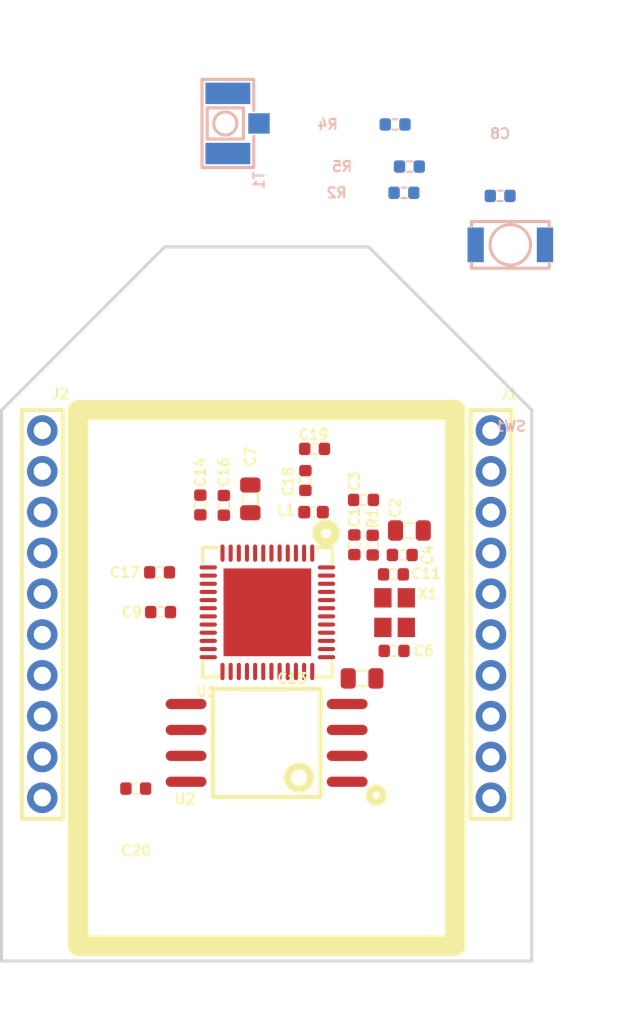
<source format=kicad_pcb>
(kicad_pcb (version 20221018) (generator pcbnew)
  (layers (0 "F.Cu" signal) (31 "B.Cu" signal) (34 "B.Paste" user) (35 "F.Paste" user) (36 "B.SilkS" user "B.Silkscreen") (37 "F.SilkS" user "F.Silkscreen") (38 "B.Mask" user) (39 "F.Mask" user) (44 "Edge.Cuts" user))
  (net 0 "")
  (net 1 "+3V3")
  (net 2 "/SD2")
  (net 3 "/CLK")
  (net 4 "/SD1")
  (net 5 "GND")
  (net 6 "/SD3")
  (net 7 "/SDO")
  (net 8 "/CS")
  (net 9 "Net-(C1-Pad1)")
  (net 10 "Net-(C1-Pad2)")
  (net 11 "/Reset_CH_PU")
  (net 12 "/ANT")
  (net 13 "/GPIO2")
  (net 14 "/GPIO0")
  (net 15 "/GPIO21")
  (net 16 "/UART_CTS_GPIO19")
  (net 17 "/GPIO15")
  (net 18 "/GPIO13")
  (net 19 "/GPIO12")
  (net 20 "/GPIO14")
  (net 21 "/Status_GPIO23")
  (net 22 "Net-(J2-Pad7)")
  (net 23 "/TX_LED_GPIO21")
  (net 24 "Net-(J1-Pad9)")
  (net 25 "/GPIO4")
  (net 26 "/GPIO5")
  (net 27 "/UART_TX")
  (net 28 "/UART_RX")
  (net 29 "Net-(C6-Pad1)")
  (net 30 "Net-(C11-Pad1)")
  (net 31 "/LNA")
  (net 32 "Net-(C14-Pad1)")
  (net 33 "Net-(C14-Pad2)")
  (net 34 "Net-(C16-Pad1)")
  (net 35 "Net-(C16-Pad2)")
  (net 36 "Net-(U1-Pad13)")
  (net 37 "Net-(U1-Pad14)")
  (net 38 "Net-(U1-Pad15)")
  (net 39 "Net-(U1-Pad16)")
  (net 40 "Net-(U1-Pad25)")
  (net 41 "Net-(U1-Pad27)")
  (net 42 "Net-(U1-Pad10)")
  (net 43 "Net-(U1-Pad11)")
  (net 44 "Net-(U1-Pad12)")
  (footprint "PCB_Footprints:W25Q64FWSSIG" (layer "F.Cu") (at 121 66.309948 180)
    (fp_text reference "U2" (at 4 -2.75 180) (layer "F.SilkS") (effects (font (size 0.5 0.5) (thickness 0.1))))
    (fp_text value "W25Q64FWSSIG")
    (fp_line (start -2.64 -2.65) (end 2.64 -2.65) (stroke (width 0.2)) (layer "F.SilkS"))
    (fp_line (start -2.64 2.65) (end -2.64 -2.65) (stroke (width 0.2)) (layer "F.SilkS"))
    (fp_line (start -2.64 2.65) (end 2.64 2.65) (stroke (width 0.2)) (layer "F.SilkS"))
    (fp_line (start 2.64 2.65) (end 2.64 -2.65) (stroke (width 0.2)) (layer "F.SilkS"))
    (fp_circle (center -5.37 -2.56) (end -5.28 -2.42) (stroke (width 0.35)) (fill none) (layer "F.SilkS"))
    (fp_circle (center -1.590802 -1.7) (end -1.300802 -1.22) (stroke (width 0.35)) (fill none) (layer "F.SilkS"))
    (pad "1" smd oval (at -3.95 -1.905 180) (size 2 0.5) (layers "F.Cu" "F.Paste" "F.Mask") (net 8 "/CS"))
    (pad "2" smd oval (at -3.95 -0.635 180) (size 2 0.5) (layers "F.Cu" "F.Paste" "F.Mask") (net 7 "/SDO"))
    (pad "3" smd oval (at -3.95 0.635 180) (size 2 0.5) (layers "F.Cu" "F.Paste" "F.Mask") (net 6 "/SD3"))
    (pad "4" smd oval (at -3.95 1.905 180) (size 2 0.5) (layers "F.Cu" "F.Paste" "F.Mask") (net 5 "GND"))
    (pad "5" smd oval (at 3.95 1.905 180) (size 2 0.5) (layers "F.Cu" "F.Paste" "F.Mask") (net 4 "/SD1"))
    (pad "6" smd oval (at 3.95 0.635 180) (size 2 0.5) (layers "F.Cu" "F.Paste" "F.Mask") (net 3 "/CLK"))
    (pad "7" smd oval (at 3.95 -0.635 180) (size 2 0.5) (layers "F.Cu" "F.Paste" "F.Mask") (net 2 "/SD2"))
    (pad "8" smd oval (at 3.95 -1.905 180) (size 2 0.5) (layers "F.Cu" "F.Paste" "F.Mask") (net 1 "+3V3"))
  )
  (footprint "PCB_Footprints:R0402" (layer "F.Cu") (at 126.2 56.617 90)
    (fp_text reference "R1" (at 1.317 0 90) (layer "F.SilkS") (effects (font (size 0.5 0.5) (thickness 0.1))))
    (fp_text value "RC1005F203CS")
    (fp_line (start -0.127 -0.254) (end 0.127 -0.254) (stroke (width 0.1)) (layer "F.SilkS"))
    (fp_line (start -0.127 0.254) (end 0.127 0.254) (stroke (width 0.1)) (layer "F.SilkS"))
    (pad "1" smd roundrect (at -0.483 0 90) (size 0.559 0.61) (layers "F.Cu" "F.Paste" "F.Mask") (net 9 "Net-(C1-Pad1)"))
    (pad "2" smd roundrect (at 0.483 0 90) (size 0.559 0.61) (layers "F.Cu" "F.Paste" "F.Mask") (net 10 "Net-(C1-Pad2)"))
  )
  (footprint "PCB_Footprints:M22-2511005" (layer "F.Cu") (at 110 60)
    (fp_text reference "J2" (at 0.889 -10.795) (layer "F.SilkS") (effects (font (size 0.5 0.5) (thickness 0.1))))
    (fp_text value "M22-2511005")
    (fp_line (start -1 -10) (end -1 10) (stroke (width 0.2)) (layer "F.SilkS"))
    (fp_line (start 0 -10) (end -1 -10) (stroke (width 0.2)) (layer "F.SilkS"))
    (fp_line (start 0 -10) (end 1 -10) (stroke (width 0.2)) (layer "F.SilkS"))
    (fp_line (start 0 10.033) (end -1 10.033) (stroke (width 0.2)) (layer "F.SilkS"))
    (fp_line (start 0 10.033) (end 1 10.033) (stroke (width 0.2)) (layer "F.SilkS"))
    (fp_line (start 1 -10) (end 1 10) (stroke (width 0.2)) (layer "F.SilkS"))
    (pad "1" thru_hole circle (at 0 -9) (size 1.5 1.5) (drill 0.85) (layers "*.Cu" "*.Mask") (net 20 "/GPIO14"))
    (pad "2" thru_hole circle (at 0 -7) (size 1.5 1.5) (drill 0.85) (layers "*.Cu" "*.Mask") (net 19 "/GPIO12"))
    (pad "3" thru_hole circle (at 0 -5) (size 1.5 1.5) (drill 0.85) (layers "*.Cu" "*.Mask") (net 18 "/GPIO13"))
    (pad "4" thru_hole circle (at 0 -3) (size 1.5 1.5) (drill 0.85) (layers "*.Cu" "*.Mask") (net 17 "/GPIO15"))
    (pad "5" thru_hole circle (at 0 -1) (size 1.5 1.5) (drill 0.85) (layers "*.Cu" "*.Mask") (net 16 "/UART_CTS_GPIO19"))
    (pad "6" thru_hole circle (at 0 1) (size 1.5 1.5) (drill 0.85) (layers "*.Cu" "*.Mask") (net 15 "/GPIO21"))
    (pad "7" thru_hole circle (at 0 3) (size 1.5 1.5) (drill 0.85) (layers "*.Cu" "*.Mask") (net 22 "Net-(J2-Pad7)"))
    (pad "8" thru_hole circle (at 0 5) (size 1.5 1.5) (drill 0.85) (layers "*.Cu" "*.Mask") (net 21 "/Status_GPIO23"))
    (pad "9" thru_hole circle (at 0 7) (size 1.5 1.5) (drill 0.85) (layers "*.Cu" "*.Mask") (net 16 "/UART_CTS_GPIO19"))
    (pad "10" thru_hole circle (at 0 9) (size 1.5 1.5) (drill 0.85) (layers "*.Cu" "*.Mask") (net 23 "/TX_LED_GPIO21"))
  )
  (footprint "PCB_Footprints:M22-2511005" (layer "F.Cu") (at 132 60)
    (fp_text reference "J1" (at 0.889 -10.795) (layer "F.SilkS") (effects (font (size 0.5 0.5) (thickness 0.1))))
    (fp_text value "M22-2511005")
    (fp_line (start -1 -10) (end -1 10) (stroke (width 0.2)) (layer "F.SilkS"))
    (fp_line (start 0 -10) (end -1 -10) (stroke (width 0.2)) (layer "F.SilkS"))
    (fp_line (start 0 -10) (end 1 -10) (stroke (width 0.2)) (layer "F.SilkS"))
    (fp_line (start 0 10.033) (end -1 10.033) (stroke (width 0.2)) (layer "F.SilkS"))
    (fp_line (start 0 10.033) (end 1 10.033) (stroke (width 0.2)) (layer "F.SilkS"))
    (fp_line (start 1 -10) (end 1 10) (stroke (width 0.2)) (layer "F.SilkS"))
    (pad "1" thru_hole circle (at 0 -9) (size 1.5 1.5) (drill 0.85) (layers "*.Cu" "*.Mask") (net 1 "+3V3"))
    (pad "2" thru_hole circle (at 0 -7) (size 1.5 1.5) (drill 0.85) (layers "*.Cu" "*.Mask") (net 27 "/UART_TX"))
    (pad "3" thru_hole circle (at 0 -5) (size 1.5 1.5) (drill 0.85) (layers "*.Cu" "*.Mask") (net 28 "/UART_RX"))
    (pad "4" thru_hole circle (at 0 -3) (size 1.5 1.5) (drill 0.85) (layers "*.Cu" "*.Mask") (net 14 "/GPIO0"))
    (pad "5" thru_hole circle (at 0 -1) (size 1.5 1.5) (drill 0.85) (layers "*.Cu" "*.Mask") (net 11 "/Reset_CH_PU"))
    (pad "6" thru_hole circle (at 0 1) (size 1.5 1.5) (drill 0.85) (layers "*.Cu" "*.Mask") (net 13 "/GPIO2"))
    (pad "7" thru_hole circle (at 0 3) (size 1.5 1.5) (drill 0.85) (layers "*.Cu" "*.Mask") (net 25 "/GPIO4"))
    (pad "8" thru_hole circle (at 0 5) (size 1.5 1.5) (drill 0.85) (layers "*.Cu" "*.Mask") (net 26 "/GPIO5"))
    (pad "9" thru_hole circle (at 0 7) (size 1.5 1.5) (drill 0.85) (layers "*.Cu" "*.Mask") (net 24 "Net-(J1-Pad9)"))
    (pad "10" thru_hole circle (at 0 9) (size 1.5 1.5) (drill 0.85) (layers "*.Cu" "*.Mask") (net 5 "GND"))
  )
  (footprint "PCB_Footprints:FA-128_26.0000MF10Z-AC3" (layer "F.Cu") (at 127.275 59.925 90)
    (fp_text reference "X1" (at 0.925 1.625) (layer "F.SilkS") (effects (font (size 0.5 0.5) (thickness 0.1))))
    (fp_text value "FA-128_26.0000MF10Z-AC3")
    (pad "1" smd rect (at -0.725 0.575 90) (size 0.95 0.85) (layers "F.Cu" "F.Paste" "F.Mask") (net 29 "Net-(C6-Pad1)"))
    (pad "2" smd rect (at 0.725 0.575 90) (size 0.95 0.85) (layers "F.Cu" "F.Paste" "F.Mask") (net 5 "GND"))
    (pad "3" smd rect (at 0.725 -0.575 90) (size 0.95 0.85) (layers "F.Cu" "F.Paste" "F.Mask") (net 30 "Net-(C11-Pad1)"))
    (pad "4" smd rect (at -0.725 -0.575 90) (size 0.95 0.85) (layers "F.Cu" "F.Paste" "F.Mask") (net 5 "GND"))
  )
  (footprint "PCB_Footprints:C0603" (layer "F.Cu") (at 120.2 54.35 90)
    (fp_text reference "C7" (at 2.07 0 90) (layer "F.SilkS") (effects (font (size 0.5 0.5) (thickness 0.1))))
    (fp_text value "CL10A106KQ8NNNC")
    (fp_line (start -0.254 -0.381) (end 0.254 -0.381) (stroke (width 0.1)) (layer "F.SilkS"))
    (fp_line (start -0.254 0.381) (end 0.254 0.381) (stroke (width 0.1)) (layer "F.SilkS"))
    (pad "1" smd roundrect (at -0.68 0 90) (size 0.74 1) (layers "F.Cu" "F.Paste" "F.Mask") (net 1 "+3V3"))
    (pad "2" smd roundrect (at 0.68 0 90) (size 0.74 1) (layers "F.Cu" "F.Paste" "F.Mask") (net 5 "GND"))
  )
  (footprint "PCB_Footprints:C0603" (layer "F.Cu") (at 128 55.9)
    (fp_text reference "C2" (at -0.7 -1.1 270) (layer "F.SilkS") (effects (font (size 0.5 0.5) (thickness 0.1))))
    (fp_text value "C0603C103J5JAC7867")
    (fp_line (start -0.254 -0.381) (end 0.254 -0.381) (stroke (width 0.1)) (layer "F.SilkS"))
    (fp_line (start -0.254 0.381) (end 0.254 0.381) (stroke (width 0.1)) (layer "F.SilkS"))
    (pad "1" smd roundrect (at -0.68 0) (size 0.74 1) (layers "F.Cu" "F.Paste" "F.Mask") (net 10 "Net-(C1-Pad2)"))
    (pad "2" smd roundrect (at 0.68 0) (size 0.74 1) (layers "F.Cu" "F.Paste" "F.Mask") (net 5 "GND"))
  )
  (footprint "PCB_Footprints:C0603" (layer "F.Cu") (at 125.68 63.15)
    (fp_text reference "C13" (at -3.429 0) (layer "F.SilkS") (effects (font (size 0.5 0.5) (thickness 0.1))))
    (fp_text value "CL10A106KQ8NNNC")
    (fp_line (start -0.254 -0.381) (end 0.254 -0.381) (stroke (width 0.1)) (layer "F.SilkS"))
    (fp_line (start -0.254 0.381) (end 0.254 0.381) (stroke (width 0.1)) (layer "F.SilkS"))
    (pad "1" smd roundrect (at -0.68 0) (size 0.74 1) (layers "F.Cu" "F.Paste" "F.Mask") (net 1 "+3V3"))
    (pad "2" smd roundrect (at 0.68 0) (size 0.74 1) (layers "F.Cu" "F.Paste" "F.Mask") (net 5 "GND"))
  )
  (footprint "PCB_Footprints:C0402" (layer "F.Cu") (at 114.583 68.55)
    (fp_text reference "C20" (at 0 3.048) (layer "F.SilkS") (effects (font (size 0.5 0.5) (thickness 0.1))))
    (fp_text value "CL05B104JP5NNNC")
    (fp_line (start -0.127 -0.254) (end 0.127 -0.254) (stroke (width 0.1)) (layer "F.SilkS"))
    (fp_line (start -0.127 0.254) (end 0.127 0.254) (stroke (width 0.1)) (layer "F.SilkS"))
    (pad "1" smd roundrect (at -0.483 0) (size 0.559 0.61) (layers "F.Cu" "F.Paste" "F.Mask") (net 1 "+3V3"))
    (pad "2" smd roundrect (at 0.483 0) (size 0.559 0.61) (layers "F.Cu" "F.Paste" "F.Mask") (net 5 "GND"))
  )
  (footprint "PCB_Footprints:C0402" (layer "F.Cu") (at 122.9 53.45 90)
    (fp_text reference "C18" (at -0.05 -0.85 90) (layer "F.SilkS") (effects (font (size 0.5 0.5) (thickness 0.1))))
    (fp_text value "600L3R9BT200T")
    (fp_line (start -0.127 -0.254) (end 0.127 -0.254) (stroke (width 0.1)) (layer "F.SilkS"))
    (fp_line (start -0.127 0.254) (end 0.127 0.254) (stroke (width 0.1)) (layer "F.SilkS"))
    (pad "1" smd roundrect (at -0.483 0 90) (size 0.559 0.61) (layers "F.Cu" "F.Paste" "F.Mask") (net 31 "/LNA"))
    (pad "2" smd roundrect (at 0.483 0 90) (size 0.559 0.61) (layers "F.Cu" "F.Paste" "F.Mask") (net 12 "/ANT"))
  )
  (footprint "PCB_Footprints:C0402" (layer "F.Cu") (at 115.8 59.9 180)
    (fp_text reference "C9" (at 1.4 0 180) (layer "F.SilkS") (effects (font (size 0.5 0.5) (thickness 0.1))))
    (fp_text value "CL05B104JP5NNNC")
    (fp_line (start -0.127 -0.254) (end 0.127 -0.254) (stroke (width 0.1)) (layer "F.SilkS"))
    (fp_line (start -0.127 0.254) (end 0.127 0.254) (stroke (width 0.1)) (layer "F.SilkS"))
    (pad "1" smd roundrect (at -0.483 0 180) (size 0.559 0.61) (layers "F.Cu" "F.Paste" "F.Mask") (net 1 "+3V3"))
    (pad "2" smd roundrect (at 0.483 0 180) (size 0.559 0.61) (layers "F.Cu" "F.Paste" "F.Mask") (net 5 "GND"))
  )
  (footprint "PCB_Footprints:C0402" (layer "F.Cu") (at 125.3 56.6 90)
    (fp_text reference "C1" (at 1.35 0 90) (layer "F.SilkS") (effects (font (size 0.5 0.5) (thickness 0.1))))
    (fp_text value "GRM1557U1A302JA01D")
    (fp_line (start -0.127 -0.254) (end 0.127 -0.254) (stroke (width 0.1)) (layer "F.SilkS"))
    (fp_line (start -0.127 0.254) (end 0.127 0.254) (stroke (width 0.1)) (layer "F.SilkS"))
    (pad "1" smd roundrect (at -0.483 0 90) (size 0.559 0.61) (layers "F.Cu" "F.Paste" "F.Mask") (net 9 "Net-(C1-Pad1)"))
    (pad "2" smd roundrect (at 0.483 0 90) (size 0.559 0.61) (layers "F.Cu" "F.Paste" "F.Mask") (net 10 "Net-(C1-Pad2)"))
  )
  (footprint "PCB_Footprints:C0402" (layer "F.Cu") (at 125.75 54.4)
    (fp_text reference "C3" (at -0.45 -0.9 90) (layer "F.SilkS") (effects (font (size 0.5 0.5) (thickness 0.1))))
    (fp_text value "CL05B104JP5NNNC")
    (fp_line (start -0.127 -0.254) (end 0.127 -0.254) (stroke (width 0.1)) (layer "F.SilkS"))
    (fp_line (start -0.127 0.254) (end 0.127 0.254) (stroke (width 0.1)) (layer "F.SilkS"))
    (pad "1" smd roundrect (at -0.483 0) (size 0.559 0.61) (layers "F.Cu" "F.Paste" "F.Mask") (net 1 "+3V3"))
    (pad "2" smd roundrect (at 0.483 0) (size 0.559 0.61) (layers "F.Cu" "F.Paste" "F.Mask") (net 5 "GND"))
  )
  (footprint "PCB_Footprints:C0402" (layer "F.Cu") (at 127.65 57.1)
    (fp_text reference "C4" (at 1.25 0 90) (layer "F.SilkS") (effects (font (size 0.5 0.5) (thickness 0.1))))
    (fp_text value "CL05B104JP5NNNC")
    (fp_line (start -0.127 -0.254) (end 0.127 -0.254) (stroke (width 0.1)) (layer "F.SilkS"))
    (fp_line (start -0.127 0.254) (end 0.127 0.254) (stroke (width 0.1)) (layer "F.SilkS"))
    (pad "1" smd roundrect (at -0.483 0) (size 0.559 0.61) (layers "F.Cu" "F.Paste" "F.Mask") (net 1 "+3V3"))
    (pad "2" smd roundrect (at 0.483 0) (size 0.559 0.61) (layers "F.Cu" "F.Paste" "F.Mask") (net 5 "GND"))
  )
  (footprint "PCB_Footprints:C0402" (layer "F.Cu") (at 127.25 61.8 180)
    (fp_text reference "C6" (at -1.45 0 180) (layer "F.SilkS") (effects (font (size 0.5 0.5) (thickness 0.1))))
    (fp_text value "CL05C090CB5NNNC")
    (fp_line (start -0.127 -0.254) (end 0.127 -0.254) (stroke (width 0.1)) (layer "F.SilkS"))
    (fp_line (start -0.127 0.254) (end 0.127 0.254) (stroke (width 0.1)) (layer "F.SilkS"))
    (pad "1" smd roundrect (at -0.483 0 180) (size 0.559 0.61) (layers "F.Cu" "F.Paste" "F.Mask") (net 29 "Net-(C6-Pad1)"))
    (pad "2" smd roundrect (at 0.483 0 180) (size 0.559 0.61) (layers "F.Cu" "F.Paste" "F.Mask") (net 5 "GND"))
  )
  (footprint "PCB_Footprints:C0402" (layer "F.Cu") (at 123.35 51.9)
    (fp_text reference "C19" (at -0.05 -0.7) (layer "F.SilkS") (effects (font (size 0.5 0.5) (thickness 0.1))))
    (fp_text value "600L2R4BT200T")
    (fp_line (start -0.127 -0.254) (end 0.127 -0.254) (stroke (width 0.1)) (layer "F.SilkS"))
    (fp_line (start -0.127 0.254) (end 0.127 0.254) (stroke (width 0.1)) (layer "F.SilkS"))
    (pad "1" smd roundrect (at -0.483 0) (size 0.559 0.61) (layers "F.Cu" "F.Paste" "F.Mask") (net 12 "/ANT"))
    (pad "2" smd roundrect (at 0.483 0) (size 0.559 0.61) (layers "F.Cu" "F.Paste" "F.Mask") (net 5 "GND"))
  )
  (footprint "PCB_Footprints:C0402" (layer "F.Cu") (at 127.217 58.05)
    (fp_text reference "C11" (at 1.6 -0.05) (layer "F.SilkS") (effects (font (size 0.5 0.5) (thickness 0.1))))
    (fp_text value "CL05C090CB5NNNC")
    (fp_line (start -0.127 -0.254) (end 0.127 -0.254) (stroke (width 0.1)) (layer "F.SilkS"))
    (fp_line (start -0.127 0.254) (end 0.127 0.254) (stroke (width 0.1)) (layer "F.SilkS"))
    (pad "1" smd roundrect (at -0.483 0) (size 0.559 0.61) (layers "F.Cu" "F.Paste" "F.Mask") (net 30 "Net-(C11-Pad1)"))
    (pad "2" smd roundrect (at 0.483 0) (size 0.559 0.61) (layers "F.Cu" "F.Paste" "F.Mask") (net 5 "GND"))
  )
  (footprint "PCB_Footprints:C0402" (layer "F.Cu") (at 117.75 54.65 -90)
    (fp_text reference "C14" (at -1.6 0 270) (layer "F.SilkS") (effects (font (size 0.5 0.5) (thickness 0.1))))
    (fp_text value "GRM1555C1H271FA01D")
    (fp_line (start -0.127 -0.254) (end 0.127 -0.254) (stroke (width 0.1)) (layer "F.SilkS"))
    (fp_line (start -0.127 0.254) (end 0.127 0.254) (stroke (width 0.1)) (layer "F.SilkS"))
    (pad "1" smd roundrect (at -0.483 0 270) (size 0.559 0.61) (layers "F.Cu" "F.Paste" "F.Mask") (net 32 "Net-(C14-Pad1)"))
    (pad "2" smd roundrect (at 0.483 0 270) (size 0.559 0.61) (layers "F.Cu" "F.Paste" "F.Mask") (net 33 "Net-(C14-Pad2)"))
  )
  (footprint "PCB_Footprints:C0402" (layer "F.Cu") (at 118.9 54.667 90)
    (fp_text reference "C16" (at 1.633 0 90) (layer "F.SilkS") (effects (font (size 0.5 0.5) (thickness 0.1))))
    (fp_text value "GRM1555C1H271FA01D")
    (fp_line (start -0.127 -0.254) (end 0.127 -0.254) (stroke (width 0.1)) (layer "F.SilkS"))
    (fp_line (start -0.127 0.254) (end 0.127 0.254) (stroke (width 0.1)) (layer "F.SilkS"))
    (pad "1" smd roundrect (at -0.483 0 90) (size 0.559 0.61) (layers "F.Cu" "F.Paste" "F.Mask") (net 34 "Net-(C16-Pad1)"))
    (pad "2" smd roundrect (at 0.483 0 90) (size 0.559 0.61) (layers "F.Cu" "F.Paste" "F.Mask") (net 35 "Net-(C16-Pad2)"))
  )
  (footprint "PCB_Footprints:C0402" (layer "F.Cu") (at 115.75 57.95 180)
    (fp_text reference "C17" (at 1.7 0 180) (layer "F.SilkS") (effects (font (size 0.5 0.5) (thickness 0.1))))
    (fp_text value "CL05B104JP5NNNC")
    (fp_line (start -0.127 -0.254) (end 0.127 -0.254) (stroke (width 0.1)) (layer "F.SilkS"))
    (fp_line (start -0.127 0.254) (end 0.127 0.254) (stroke (width 0.1)) (layer "F.SilkS"))
    (pad "1" smd roundrect (at -0.483 0 180) (size 0.559 0.61) (layers "F.Cu" "F.Paste" "F.Mask") (net 1 "+3V3"))
    (pad "2" smd roundrect (at 0.483 0 180) (size 0.559 0.61) (layers "F.Cu" "F.Paste" "F.Mask") (net 5 "GND"))
  )
  (footprint "PCB_Footprints:BLM15HG601SN1D" (layer "F.Cu") (at 123.3 55)
    (fp_text reference "L1" (at -1.35 -0.1) (layer "F.SilkS") (effects (font (size 0.5 0.5) (thickness 0.1))))
    (fp_text value "744901027")
    (fp_line (start -0.127 -0.254) (end 0.127 -0.254) (stroke (width 0.06)) (layer "F.SilkS"))
    (fp_line (start 0.127 0.254) (end -0.127 0.254) (stroke (width 0.06)) (layer "F.SilkS"))
    (pad "1" smd roundrect (at -0.455 0) (size 0.59 0.62) (layers "F.Cu" "F.Paste" "F.Mask") (net 31 "/LNA"))
    (pad "2" smd roundrect (at 0.455 0) (size 0.59 0.62) (layers "F.Cu" "F.Paste" "F.Mask") (net 5 "GND"))
  )
  (footprint "ESP32-footprints-Lib:ESP32" (layer "F.Cu") (at 121.017866 59.891984 -90)
    (fp_text reference "U1" (at 3.891984 2.982134 180) (layer "F.SilkS") (effects (font (size 0.5 0.5) (thickness 0.1))))
    (fp_text value "ESP32")
    (fp_line (start -3.157036 -3.192866) (end -3.157036 -2.430866) (stroke (width 0.15)) (layer "F.SilkS"))
    (fp_line (start -3.157036 2.395134) (end -3.157036 3.157134) (stroke (width 0.15)) (layer "F.SilkS"))
    (fp_line (start -3.157036 3.157134) (end -2.395036 3.157134) (stroke (width 0.15)) (layer "F.SilkS"))
    (fp_line (start -2.395036 -3.192866) (end -3.157036 -3.192866) (stroke (width 0.15)) (layer "F.SilkS"))
    (fp_line (start 2.430964 -3.192866) (end 3.192964 -3.192866) (stroke (width 0.15)) (layer "F.SilkS"))
    (fp_line (start 3.192964 -3.192866) (end 3.192964 -2.430866) (stroke (width 0.15)) (layer "F.SilkS"))
    (fp_line (start 3.192964 2.395134) (end 3.192964 3.157134) (stroke (width 0.15)) (layer "F.SilkS"))
    (fp_line (start 3.192964 3.157134) (end 2.430964 3.157134) (stroke (width 0.15)) (layer "F.SilkS"))
    (fp_circle (center -3.85 -2.9) (end -3.95 -3.1) (stroke (width 0.45)) (fill none) (layer "F.SilkS"))
    (pad "1" smd oval (at -2.882036 -2.217866 270) (size 0.85 0.2) (layers "F.Cu" "F.Paste" "F.Mask") (net 1 "+3V3"))
    (pad "2" smd oval (at -2.882036 -1.817866 270) (size 0.85 0.2) (layers "F.Cu" "F.Paste" "F.Mask") (net 31 "/LNA"))
    (pad "3" smd oval (at -2.882036 -1.417866 270) (size 0.85 0.2) (layers "F.Cu" "F.Paste" "F.Mask") (net 1 "+3V3"))
    (pad "4" smd oval (at -2.882036 -1.017866 270) (size 0.85 0.2) (layers "F.Cu" "F.Paste" "F.Mask") (net 1 "+3V3"))
    (pad "5" smd oval (at -2.882036 -0.617866 270) (size 0.85 0.2) (layers "F.Cu" "F.Paste" "F.Mask") (net 34 "Net-(C16-Pad1)"))
    (pad "6" smd oval (at -2.882036 -0.217866 270) (size 0.85 0.2) (layers "F.Cu" "F.Paste" "F.Mask") (net 35 "Net-(C16-Pad2)"))
    (pad "7" smd oval (at -2.882036 0.182134 270) (size 0.85 0.2) (layers "F.Cu" "F.Paste" "F.Mask") (net 32 "Net-(C14-Pad1)"))
    (pad "8" smd oval (at -2.882036 0.582134 270) (size 0.85 0.2) (layers "F.Cu" "F.Paste" "F.Mask") (net 33 "Net-(C14-Pad2)"))
    (pad "9" smd oval (at -2.882036 0.982134 270) (size 0.85 0.2) (layers "F.Cu" "F.Paste" "F.Mask") (net 11 "/Reset_CH_PU"))
    (pad "10" smd oval (at -2.882036 1.382134 270) (size 0.85 0.2) (layers "F.Cu" "F.Paste" "F.Mask") (net 42 "Net-(U1-Pad10)"))
    (pad "11" smd oval (at -2.882036 1.782134 270) (size 0.85 0.2) (layers "F.Cu" "F.Paste" "F.Mask") (net 43 "Net-(U1-Pad11)"))
    (pad "12" smd oval (at -2.882036 2.182134 270) (size 0.85 0.2) (layers "F.Cu" "F.Paste" "F.Mask") (net 44 "Net-(U1-Pad12)"))
    (pad "13" smd oval (at -2.182036 2.882134 270) (size 0.2 0.85) (layers "F.Cu" "F.Paste" "F.Mask") (net 36 "Net-(U1-Pad13)"))
    (pad "14" smd oval (at -1.782036 2.882134 270) (size 0.2 0.85) (layers "F.Cu" "F.Paste" "F.Mask") (net 37 "Net-(U1-Pad14)"))
    (pad "15" smd oval (at -1.382036 2.882134 270) (size 0.2 0.85) (layers "F.Cu" "F.Paste" "F.Mask") (net 38 "Net-(U1-Pad15)"))
    (pad "16" smd oval (at -0.982036 2.882134 270) (size 0.2 0.85) (layers "F.Cu" "F.Paste" "F.Mask") (net 39 "Net-(U1-Pad16)"))
    (pad "17" smd oval (at -0.582036 2.882134 270) (size 0.2 0.85) (layers "F.Cu" "F.Paste" "F.Mask") (net 20 "/GPIO14"))
    (pad "18" smd oval (at -0.182036 2.882134 270) (size 0.2 0.85) (layers "F.Cu" "F.Paste" "F.Mask") (net 19 "/GPIO12"))
    (pad "19" smd oval (at 0.217964 2.882134 270) (size 0.2 0.85) (layers "F.Cu" "F.Paste" "F.Mask") (net 1 "+3V3"))
    (pad "20" smd oval (at 0.617964 2.882134 270) (size 0.2 0.85) (layers "F.Cu" "F.Paste" "F.Mask") (net 18 "/GPIO13"))
    (pad "21" smd oval (at 1.017964 2.882134 270) (size 0.2 0.85) (layers "F.Cu" "F.Paste" "F.Mask") (net 17 "/GPIO15"))
    (pad "22" smd oval (at 1.417964 2.882134 270) (size 0.2 0.85) (layers "F.Cu" "F.Paste" "F.Mask") (net 13 "/GPIO2"))
    (pad "23" smd oval (at 1.817964 2.882134 270) (size 0.2 0.85) (layers "F.Cu" "F.Paste" "F.Mask") (net 14 "/GPIO0"))
    (pad "24" smd oval (at 2.217964 2.882134 270) (size 0.2 0.85) (layers "F.Cu" "F.Paste" "F.Mask") (net 25 "/GPIO4"))
    (pad "25" smd oval (at 2.917964 2.182134 270) (size 0.85 0.2) (layers "F.Cu" "F.Paste" "F.Mask") (net 40 "Net-(U1-Pad25)"))
    (pad "26" smd oval (at 2.917964 1.782134 270) (size 0.85 0.2) (layers "F.Cu" "F.Paste" "F.Mask") (net 1 "+3V3"))
    (pad "27" smd oval (at 2.917964 1.382134 270) (size 0.85 0.2) (layers "F.Cu" "F.Paste" "F.Mask") (net 41 "Net-(U1-Pad27)"))
    (pad "28" smd oval (at 2.917964 0.982134 270) (size 0.85 0.2) (layers "F.Cu" "F.Paste" "F.Mask") (net 2 "/SD2"))
    (pad "29" smd oval (at 2.917964 0.582134 270) (size 0.85 0.2) (layers "F.Cu" "F.Paste" "F.Mask") (net 6 "/SD3"))
    (pad "30" smd oval (at 2.917964 0.182134 270) (size 0.85 0.2) (layers "F.Cu" "F.Paste" "F.Mask") (net 8 "/CS"))
    (pad "31" smd oval (at 2.917964 -0.217866 270) (size 0.85 0.2) (layers "F.Cu" "F.Paste" "F.Mask") (net 3 "/CLK"))
    (pad "32" smd oval (at 2.917964 -0.617866 270) (size 0.85 0.2) (layers "F.Cu" "F.Paste" "F.Mask") (net 7 "/SDO"))
    (pad "33" smd oval (at 2.917964 -1.017866 270) (size 0.85 0.2) (layers "F.Cu" "F.Paste" "F.Mask") (net 4 "/SD1"))
    (pad "34" smd oval (at 2.917964 -1.417866 270) (size 0.85 0.2) (layers "F.Cu" "F.Paste" "F.Mask") (net 26 "/GPIO5"))
    (pad "35" smd oval (at 2.917964 -1.817866 270) (size 0.85 0.2) (layers "F.Cu" "F.Paste" "F.Mask") (net 23 "/TX_LED_GPIO21"))
    (pad "36" smd oval (at 2.917964 -2.217866 270) (size 0.85 0.2) (layers "F.Cu" "F.Paste" "F.Mask") (net 21 "/Status_GPIO23"))
    (pad "37" smd oval (at 2.217964 -2.917866 270) (size 0.2 0.85) (layers "F.Cu" "F.Paste" "F.Mask") (net 1 "+3V3"))
    (pad "38" smd oval (at 1.817964 -2.917866 270) (size 0.2 0.85) (layers "F.Cu" "F.Paste" "F.Mask") (net 16 "/UART_CTS_GPIO19"))
    (pad "39" smd oval (at 1.417964 -2.917866 270) (size 0.2 0.85) (layers "F.Cu" "F.Paste" "F.Mask") (net 16 "/UART_CTS_GPIO19"))
    (pad "40" smd oval (at 1.017964 -2.917866 270) (size 0.2 0.85) (layers "F.Cu" "F.Paste" "F.Mask") (net 28 "/UART_RX"))
    (pad "41" smd oval (at 0.617964 -2.917866 270) (size 0.2 0.85) (layers "F.Cu" "F.Paste" "F.Mask") (net 27 "/UART_TX"))
    (pad "42" smd oval (at 0.217964 -2.917866 270) (size 0.2 0.85) (layers "F.Cu" "F.Paste" "F.Mask") (net 15 "/GPIO21"))
    (pad "43" smd oval (at -0.182036 -2.917866 270) (size 0.2 0.85) (layers "F.Cu" "F.Paste" "F.Mask") (net 1 "+3V3"))
    (pad "44" smd oval (at -0.582036 -2.917866 270) (size 0.2 0.85) (layers "F.Cu" "F.Paste" "F.Mask") (net 29 "Net-(C6-Pad1)"))
    (pad "45" smd oval (at -0.982036 -2.917866 270) (size 0.2 0.85) (layers "F.Cu" "F.Paste" "F.Mask") (net 30 "Net-(C11-Pad1)"))
    (pad "46" smd oval (at -1.382036 -2.917866 270) (size 0.2 0.85) (layers "F.Cu" "F.Paste" "F.Mask") (net 1 "+3V3"))
    (pad "47" smd oval (at -1.782036 -2.917866 270) (size 0.2 0.85) (layers "F.Cu" "F.Paste" "F.Mask") (net 9 "Net-(C1-Pad1)"))
    (pad "48" smd oval (at -2.182036 -2.917866 270) (size 0.2 0.85) (layers "F.Cu" "F.Paste" "F.Mask") (net 10 "Net-(C1-Pad2)"))
    (pad "49" smd rect (at 0.017964 -0.017866 270) (size 4.3 4.3) (layers "F.Cu" "F.Paste" "F.Mask") (net 5 "GND"))
  )
  (footprint "PCB_Footprints:R0402" (layer "B.Cu") (at 127.733 39.35)
    (fp_text reference "R2" (at -3.302 0) (layer "B.SilkS") (effects (font (size 0.5 0.5) (thickness 0.1)) (justify mirror)))
    (fp_text value "RC1005F103CS")
    (fp_line (start -0.127 -0.254) (end 0.127 -0.254) (stroke (width 0.1)) (layer "B.SilkS"))
    (fp_line (start -0.127 0.254) (end 0.127 0.254) (stroke (width 0.1)) (layer "B.SilkS"))
    (pad "1" smd roundrect (at -0.483 0) (size 0.559 0.61) (layers "B.Cu" "B.Paste" "B.Mask") (net 1 "+3V3"))
    (pad "2" smd roundrect (at 0.483 0) (size 0.559 0.61) (layers "B.Cu" "B.Paste" "B.Mask") (net 11 "/Reset_CH_PU"))
  )
  (footprint "PCB_Footprints:R0402" (layer "B.Cu") (at 128 38.06406)
    (fp_text reference "R5" (at -3.302 0) (layer "B.SilkS") (effects (font (size 0.5 0.5) (thickness 0.1)) (justify mirror)))
    (fp_text value "RC1005F103CS")
    (fp_line (start -0.127 -0.254) (end 0.127 -0.254) (stroke (width 0.1)) (layer "B.SilkS"))
    (fp_line (start -0.127 0.254) (end 0.127 0.254) (stroke (width 0.1)) (layer "B.SilkS"))
    (pad "1" smd roundrect (at -0.483 0) (size 0.559 0.61) (layers "B.Cu" "B.Paste" "B.Mask") (net 5 "GND"))
    (pad "2" smd roundrect (at 0.483 0) (size 0.559 0.61) (layers "B.Cu" "B.Paste" "B.Mask") (net 13 "/GPIO2"))
  )
  (footprint "PCB_Footprints:R0402" (layer "B.Cu") (at 127.3 36)
    (fp_text reference "R4" (at -3.302 0) (layer "B.SilkS") (effects (font (size 0.5 0.5) (thickness 0.1)) (justify mirror)))
    (fp_text value "RC1005F103CS")
    (fp_line (start -0.127 -0.254) (end 0.127 -0.254) (stroke (width 0.1)) (layer "B.SilkS"))
    (fp_line (start -0.127 0.254) (end 0.127 0.254) (stroke (width 0.1)) (layer "B.SilkS"))
    (pad "1" smd roundrect (at -0.483 0) (size 0.559 0.61) (layers "B.Cu" "B.Paste" "B.Mask") (net 1 "+3V3"))
    (pad "2" smd roundrect (at 0.483 0) (size 0.559 0.61) (layers "B.Cu" "B.Paste" "B.Mask") (net 14 "/GPIO0"))
  )
  (footprint "PCB_Footprints:C0402" (layer "B.Cu") (at 132.45 39.5)
    (fp_text reference "C8" (at 0 -3.048) (layer "B.SilkS") (effects (font (size 0.5 0.5) (thickness 0.1)) (justify mirror)))
    (fp_text value "CL05B104JP5NNNC")
    (fp_line (start -0.127 -0.254) (end 0.127 -0.254) (stroke (width 0.1)) (layer "B.SilkS"))
    (fp_line (start -0.127 0.254) (end 0.127 0.254) (stroke (width 0.1)) (layer "B.SilkS"))
    (pad "1" smd roundrect (at -0.483 0) (size 0.559 0.61) (layers "B.Cu" "B.Paste" "B.Mask") (net 11 "/Reset_CH_PU"))
    (pad "2" smd roundrect (at 0.483 0) (size 0.559 0.61) (layers "B.Cu" "B.Paste" "B.Mask") (net 5 "GND"))
  )
  (footprint "PCB_Footprints:B3U-1000P" (layer "B.Cu") (at 132.95 41.9)
    (fp_text reference "SW1" (at 0 8.89) (layer "B.SilkS") (effects (font (size 0.5 0.5) (thickness 0.1)) (justify mirror)))
    (fp_text value "B3U-1000P")
    (fp_line (start -1.905 -1.143) (end -1.905 -0.889) (stroke (width 0.15)) (layer "B.SilkS"))
    (fp_line (start -1.905 0.889) (end -1.905 1.143) (stroke (width 0.15)) (layer "B.SilkS"))
    (fp_line (start -1.905 1.143) (end 1.905 1.143) (stroke (width 0.15)) (layer "B.SilkS"))
    (fp_line (start 1.905 -1.143) (end -1.905 -1.143) (stroke (width 0.15)) (layer "B.SilkS"))
    (fp_line (start 1.905 -0.889) (end 1.905 -1.143) (stroke (width 0.15)) (layer "B.SilkS"))
    (fp_line (start 1.905 1.143) (end 1.905 0.889) (stroke (width 0.15)) (layer "B.SilkS"))
    (fp_circle (center 0 0) (end 0.635 -0.762) (stroke (width 0.15)) (fill none) (layer "B.SilkS"))
    (pad "1" smd rect (at -1.7 0) (size 0.8 1.7) (layers "B.Cu" "B.Paste" "B.Mask") (net 5 "GND"))
    (pad "2" smd rect (at 1.7 0) (size 0.8 1.7) (layers "B.Cu" "B.Paste" "B.Mask") (net 11 "/Reset_CH_PU"))
  )
  (footprint "PCB_Footprints:1909763-1" (layer "B.Cu") (at 119.1 35.95 90)
    (fp_text reference "T1" (at -2.794 1.524 90) (layer "B.SilkS") (effects (font (size 0.5 0.5) (thickness 0.1)) (justify mirror)))
    (fp_text value "1909763-1")
    (fp_line (start -2.159 -1.27) (end -2.159 1.27) (stroke (width 0.15)) (layer "B.SilkS"))
    (fp_line (start -2.159 1.27) (end -0.635 1.27) (stroke (width 0.15)) (layer "B.SilkS"))
    (fp_line (start -0.762 -1.016) (end 0.762 -1.016) (stroke (width 0.15)) (layer "B.SilkS"))
    (fp_line (start -0.762 0.762) (end -0.762 -1.016) (stroke (width 0.15)) (layer "B.SilkS"))
    (fp_line (start -0.762 0.762) (end 0.762 0.762) (stroke (width 0.15)) (layer "B.SilkS"))
    (fp_line (start 0.635 1.27) (end 2.159 1.27) (stroke (width 0.15)) (layer "B.SilkS"))
    (fp_line (start 0.762 -1.016) (end 0.762 0.762) (stroke (width 0.15)) (layer "B.SilkS"))
    (fp_line (start 1.524 -1.27) (end -2.159 -1.27) (stroke (width 0.15)) (layer "B.SilkS"))
    (fp_line (start 2.159 -1.27) (end 1.524 -1.27) (stroke (width 0.15)) (layer "B.SilkS"))
    (fp_line (start 2.159 1.27) (end 2.159 -1.27) (stroke (width 0.15)) (layer "B.SilkS"))
    (fp_circle (center 0 -0.127) (end 0.254 -0.635) (stroke (width 0.15)) (fill none) (layer "B.SilkS"))
    (pad "1" smd rect (at 0 1.525 90) (size 1 1.05) (layers "B.Cu" "B.Paste" "B.Mask") (net 12 "/ANT"))
    (pad "2" smd rect (at -1.475 0 90) (size 1.05 2.2) (layers "B.Cu" "B.Paste" "B.Mask") (net 5 "GND"))
    (pad "2" smd rect (at 1.475 0 90) (size 1.05 2.2) (layers "B.Cu" "B.Paste" "B.Mask") (net 5 "GND"))
  )
  (gr_line (start 130.25 76.25) (end 111.75 76.25) (stroke (width 1)) (layer "F.SilkS"))
  (gr_line (start 111.75 76.25) (end 111.75 50) (stroke (width 1)) (layer "F.SilkS"))
  (gr_line (start 130.25 50) (end 130.25 76.25) (stroke (width 1)) (layer "F.SilkS"))
  (gr_line (start 111.75 50) (end 130.25 50) (stroke (width 1)) (layer "F.SilkS"))
  (gr_line (start 134 50) (end 126 42) (stroke (width 0.15)) (layer "Edge.Cuts"))
  (gr_line (start 134 77) (end 134 50) (stroke (width 0.15)) (layer "Edge.Cuts"))
  (gr_line (start 108 77) (end 134 77) (stroke (width 0.15)) (layer "Edge.Cuts"))
  (gr_line (start 116 42) (end 108 50) (stroke (width 0.15)) (layer "Edge.Cuts"))
  (gr_line (start 108 77) (end 108 50) (stroke (width 0.15)) (layer "Edge.Cuts"))
  (gr_line (start 126 42) (end 116 42) (stroke (width 0.15)) (layer "Edge.Cuts"))
)
</source>
